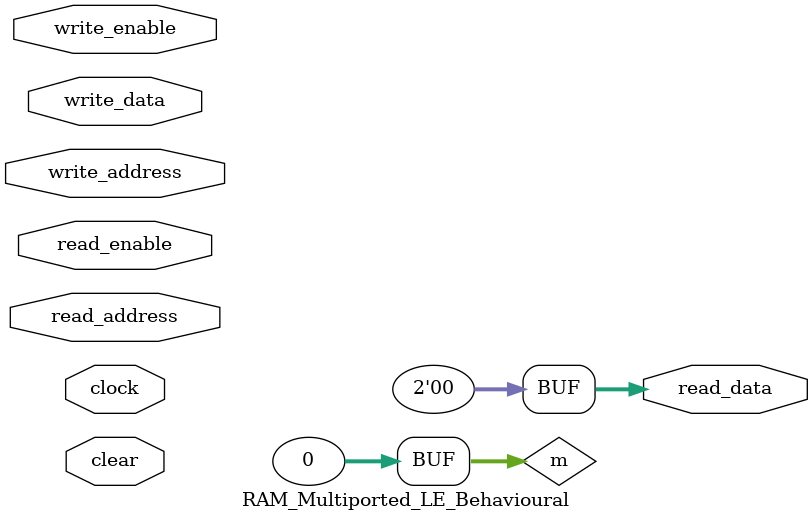
<source format=v>


//## Scaling and Applications

// This kind of multi-ported memory is not expected to map to underlying RAM
// blocks, but it can support arbitrary numbers of read and write ports by
// using random logic and registers, *and can be bulk-cleared in a single
// cycle*. It will not scale well to large depths or widths, and become very
// large and slow. But it is suitable for small, highly-concurrent memories
// such as semaphores, small CPU register files, or storage for parallel
// functional units, and is the building block of more efficient, larger
// multi-ported memories.

//## Limitations

// This implementation relies on Verilog-specific behaviour and on the CAD
// tool's ability to synthesize it. Thus, the code is concise, and the
// resulting logic optimally small, but the exact synthesis and behaviour
// for out-of-bounds accesses is undefined. See the
// [structural implementation](./RAM_Multiported_LE_Structural.html) for
// a version which is more independent of HDL behaviour and CAD tool
// synthesis, and whose behaviour can be controlled and extended.

//## Concurrency and Write Conflicts

// Concurrent reads and writes to the same address always returns the
// currently stored data, not the data being written. The new written value
// will be readable in the next cycle.  The result of concurrent writes to the
// same address follows a priority scheme due to the "last write wins"
// behaviour of Verilog assignments. Thus, as implemented here, the highest
// numbered write port writing to a given location wins.

//## Synthesis Parameters

// The `RAMSTYLE` parameter is still provided for cases where the CAD tool
// might be able to map to RAM blocks, such as when `WRITE_PORT_COUNT` is 1.
// However, write-forwarding is not supported, unlike the [Simple Dual Port
// RAM](./RAM_Simple_Dual_Port.html), for example. 

// Expect warnings from the linter and your CAD tools if `DEPTH` is less than
// `2**ADDR_WIDTH`. It is allowable, *but if the given address
// exceeds `DEPTH`, it's unknown if you will access a different memory
// location, or if the access will do nothing*. **Check your synthesis
// results.**

// The `SYNCHRONOUS_READ` parameter defines if the read ports are registered
// (1) or combinational (0). In other words, if the read results are available
// in the next cycle or the current one. There is the usual tradeoff in
// latency versus clock speed here. Any other parameter value will cause
// a synthesis error.

// **NOTE**: when reads are combinational, the `read_enable` line functions as
// an extra address line which maps the read output to a space where all
// values are `INIT_VALUE`. This can be handy to signal "no value" situations
// by using a magic number, or you can tie `read_enable` high to optimize away
// that extra logic.

//## Parameters, Ports, and Constants

// Since we cannot have variable numbers of ports on a Verilog module, the
// read and write data, address, and enable ports are vectors which
// concatenate all the read/write ports in numerical order. Each individual
// read/write port behaves like every other read/write port. There is no
// distinction.

`default_nettype none

module RAM_Multiported_LE_Behavioural
#(
    parameter                       WORD_WIDTH          = 0,
    parameter                       READ_PORT_COUNT     = 0,
    parameter                       WRITE_PORT_COUNT    = 0,
    parameter                       ADDR_WIDTH          = 0,
    parameter                       DEPTH               = 0,
    parameter                       USE_INIT_FILE       = 0,
    parameter                       INIT_FILE           = "",
    parameter   [WORD_WIDTH-1:0]    INIT_VALUE          = 0,
    parameter                       RAMSTYLE            = "",
    parameter                       SYNCHRONOUS_READ    = 1,

    // Do not set at instantiation, except in IPI
    parameter TOTAL_READ_DATA  = WORD_WIDTH * READ_PORT_COUNT,
    parameter TOTAL_WRITE_DATA = WORD_WIDTH * WRITE_PORT_COUNT,
    parameter TOTAL_READ_ADDR  = ADDR_WIDTH * READ_PORT_COUNT,
    parameter TOTAL_WRITE_ADDR = ADDR_WIDTH * WRITE_PORT_COUNT
)
(
    input   wire                            clock,
    input   wire                            clear,

    input   wire    [TOTAL_WRITE_DATA-1:0]  write_data,
    input   wire    [TOTAL_WRITE_ADDR-1:0]  write_address,
    input   wire    [WRITE_PORT_COUNT-1:0]  write_enable,

    output  reg     [TOTAL_READ_DATA-1:0]   read_data,
    input   wire    [TOTAL_READ_ADDR-1:0]   read_address,
    input   wire    [READ_PORT_COUNT-1:0]   read_enable
);

    localparam TOTAL_READ_ZERO    = {TOTAL_READ_DATA{1'b0}};

    initial begin
        read_data = TOTAL_READ_ZERO;
    end

//## RAM Array

// CAD tools expect a memory description like this, an arrays of registers, to
// infer RAM and to enable initializing from a file. The CAD tool will *try*
// to map the memory to the specified `RAMSTYLE`.

    (* ramstyle  = RAMSTYLE *) // Quartus
    (* ram_style = RAMSTYLE *) // Vivado

    reg [WORD_WIDTH-1:0] ram [DEPTH-1:0];

//## Implementation Issues

// This is one of the few places where using if-statements is necessary
// instead of ternary operators, for RAM inference by the CAD tool.  This code
// also uses the ["Last Assignment Wins"](./verilog.html#resets) reset idiom.

// Although the following code is direct and concise, you need to know how the
// underlying Verilog event queue works for non-blocking assignments to
// understand it fully, and that is something to avoid when writing Verilog
// code. Also, the synthesis of the implicit multiplexers and address decoders
// is not evident from this code, nor controllable, and it would be difficult
// to add more complex behaviour such as different handling of write conflicts. 

//## Write Ports

    integer i, j;

    always @(posedge clock) begin
        for (i=0; i < WRITE_PORT_COUNT; i=i+1) begin: per_write_port
            if (write_enable[i] == 1'b1) begin
                // Last write wins, so that resolves write conflicts: highest write port wins.
                ram [write_address [ADDR_WIDTH*i +: ADDR_WIDTH]] <= write_data [WORD_WIDTH*i +: WORD_WIDTH];
            end
        end
        for (j=0; j < DEPTH; j=j+1) begin: per_ram_reset
            if (clear == 1'b1) begin
                ram [j] <= INIT_VALUE;
            end
        end
    end

//## Read Ports

    generate
        if (SYNCHRONOUS_READ == 0) begin: async_read
            integer k;
            always @(*) begin
                for (k=0; k < READ_PORT_COUNT; k=k+1) begin: per_read_port
                    // Tie `read_enable` high if not meaningful when `SYNCHRONOUS_READ` is 0
                    if (read_enable[k] == 1'b1) begin
                        read_data [WORD_WIDTH*k +: WORD_WIDTH] = ram [read_address [ADDR_WIDTH*k +: ADDR_WIDTH]];
                    end else begin
                        read_data [WORD_WIDTH*k +: WORD_WIDTH] = INIT_VALUE;
                    end
                end
            end
        end else if (SYNCHRONOUS_READ == 1) begin: sync_read
            integer k, l;
            always @(posedge clock) begin
                for (k=0; k < READ_PORT_COUNT; k=k+1) begin: per_read_port
                    if (read_enable[k] == 1'b1) begin
                        read_data [WORD_WIDTH*k +: WORD_WIDTH] <= ram [read_address [ADDR_WIDTH*k +: ADDR_WIDTH]];
                    end
                end
                for (l=0; l < READ_PORT_COUNT; l=l+1) begin: per_read_reset
                    if (clear == 1'b1) begin
                        read_data [WORD_WIDTH*l +: WORD_WIDTH] <= INIT_VALUE;
                    end
                end
            end
        end
    endgenerate

//## Memory Initialization

// If you are not using an init file, the following code will set all memory
// locations to INIT_VALUE. The CAD tool should generate a memory
// initialization file from that.  This is useful to cleanly zero-out memory
// without having to deal with an init file.  Your CAD tool may complain about
// too many for-loop iterations if your memory is very deep. Adjust the tool
// settings to allow more loop iterations.

// At a minimum, the initialization file format is one value per line, one for
// each memory word from 0 to DEPTH-1, in bare hexadecimal (e.g.: 0012 to init
// a 16-bit memory word with 16'h12). Note that if your WORD_WIDTH isn't
// a multiple of 4, the CAD tool may complain about the width mismatch.
// You can base yourself on this Python [memory initialization file
// generator](./RAM_generate_empty_init_file.py).

    generate
    integer m;
        if (USE_INIT_FILE == 0) begin
            initial begin
                for (m=0; m < DEPTH; m=m+1) begin: per_ram_init
                    ram[m] = INIT_VALUE;
                end
            end
        end
        else begin
            initial begin
                $readmemh(INIT_FILE, ram);
            end
        end
    endgenerate

endmodule


</source>
